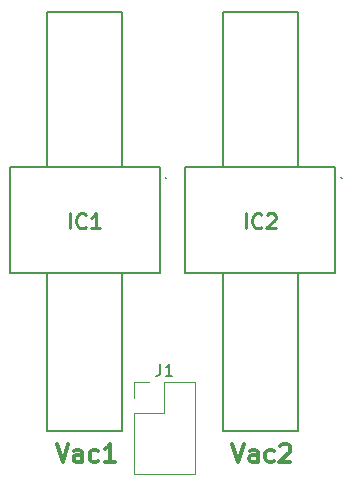
<source format=gbr>
%TF.GenerationSoftware,KiCad,Pcbnew,(6.0.0)*%
%TF.CreationDate,2022-02-17T20:09:26-08:00*%
%TF.ProjectId,AMS-Vacuum-Sensor,414d532d-5661-4637-9575-6d2d53656e73,rev?*%
%TF.SameCoordinates,Original*%
%TF.FileFunction,Legend,Top*%
%TF.FilePolarity,Positive*%
%FSLAX46Y46*%
G04 Gerber Fmt 4.6, Leading zero omitted, Abs format (unit mm)*
G04 Created by KiCad (PCBNEW (6.0.0)) date 2022-02-17 20:09:26*
%MOMM*%
%LPD*%
G01*
G04 APERTURE LIST*
%ADD10C,0.300000*%
%ADD11C,0.254000*%
%ADD12C,0.150000*%
%ADD13C,0.100000*%
%ADD14C,0.200000*%
%ADD15C,0.120000*%
G04 APERTURE END LIST*
D10*
X122583200Y-113882115D02*
X123083200Y-115382115D01*
X123583200Y-113882115D01*
X124726057Y-115382115D02*
X124726057Y-114596401D01*
X124654629Y-114453544D01*
X124511772Y-114382115D01*
X124226057Y-114382115D01*
X124083200Y-114453544D01*
X124726057Y-115310686D02*
X124583200Y-115382115D01*
X124226057Y-115382115D01*
X124083200Y-115310686D01*
X124011772Y-115167829D01*
X124011772Y-115024972D01*
X124083200Y-114882115D01*
X124226057Y-114810686D01*
X124583200Y-114810686D01*
X124726057Y-114739258D01*
X126083200Y-115310686D02*
X125940343Y-115382115D01*
X125654629Y-115382115D01*
X125511772Y-115310686D01*
X125440343Y-115239258D01*
X125368915Y-115096401D01*
X125368915Y-114667829D01*
X125440343Y-114524972D01*
X125511772Y-114453544D01*
X125654629Y-114382115D01*
X125940343Y-114382115D01*
X126083200Y-114453544D01*
X126654629Y-114024972D02*
X126726057Y-113953544D01*
X126868915Y-113882115D01*
X127226057Y-113882115D01*
X127368915Y-113953544D01*
X127440343Y-114024972D01*
X127511772Y-114167829D01*
X127511772Y-114310686D01*
X127440343Y-114524972D01*
X126583200Y-115382115D01*
X127511772Y-115382115D01*
X107718284Y-113882115D02*
X108218284Y-115382115D01*
X108718284Y-113882115D01*
X109861141Y-115382115D02*
X109861141Y-114596401D01*
X109789713Y-114453544D01*
X109646856Y-114382115D01*
X109361141Y-114382115D01*
X109218284Y-114453544D01*
X109861141Y-115310686D02*
X109718284Y-115382115D01*
X109361141Y-115382115D01*
X109218284Y-115310686D01*
X109146856Y-115167829D01*
X109146856Y-115024972D01*
X109218284Y-114882115D01*
X109361141Y-114810686D01*
X109718284Y-114810686D01*
X109861141Y-114739258D01*
X111218284Y-115310686D02*
X111075427Y-115382115D01*
X110789713Y-115382115D01*
X110646856Y-115310686D01*
X110575427Y-115239258D01*
X110503999Y-115096401D01*
X110503999Y-114667829D01*
X110575427Y-114524972D01*
X110646856Y-114453544D01*
X110789713Y-114382115D01*
X111075427Y-114382115D01*
X111218284Y-114453544D01*
X112646856Y-115382115D02*
X111789713Y-115382115D01*
X112218284Y-115382115D02*
X112218284Y-113882115D01*
X112075427Y-114096401D01*
X111932570Y-114239258D01*
X111789713Y-114310686D01*
D11*
%TO.C,IC1*%
X108837187Y-95609965D02*
X108837187Y-94339965D01*
X110167663Y-95489013D02*
X110107187Y-95549489D01*
X109925758Y-95609965D01*
X109804806Y-95609965D01*
X109623377Y-95549489D01*
X109502425Y-95428537D01*
X109441949Y-95307584D01*
X109381472Y-95065680D01*
X109381472Y-94884251D01*
X109441949Y-94642346D01*
X109502425Y-94521394D01*
X109623377Y-94400442D01*
X109804806Y-94339965D01*
X109925758Y-94339965D01*
X110107187Y-94400442D01*
X110167663Y-94460918D01*
X111377187Y-95609965D02*
X110651472Y-95609965D01*
X111014329Y-95609965D02*
X111014329Y-94339965D01*
X110893377Y-94521394D01*
X110772425Y-94642346D01*
X110651472Y-94702822D01*
%TO.C,IC2*%
X123728189Y-95609965D02*
X123728189Y-94339965D01*
X125058665Y-95489013D02*
X124998189Y-95549489D01*
X124816760Y-95609965D01*
X124695808Y-95609965D01*
X124514379Y-95549489D01*
X124393427Y-95428537D01*
X124332951Y-95307584D01*
X124272474Y-95065680D01*
X124272474Y-94884251D01*
X124332951Y-94642346D01*
X124393427Y-94521394D01*
X124514379Y-94400442D01*
X124695808Y-94339965D01*
X124816760Y-94339965D01*
X124998189Y-94400442D01*
X125058665Y-94460918D01*
X125542474Y-94460918D02*
X125602951Y-94400442D01*
X125723903Y-94339965D01*
X126026284Y-94339965D01*
X126147236Y-94400442D01*
X126207712Y-94460918D01*
X126268189Y-94581870D01*
X126268189Y-94702822D01*
X126207712Y-94884251D01*
X125481998Y-95609965D01*
X126268189Y-95609965D01*
D12*
%TO.C,J1*%
X116506666Y-107104380D02*
X116506666Y-107818666D01*
X116459047Y-107961523D01*
X116363809Y-108056761D01*
X116220952Y-108104380D01*
X116125714Y-108104380D01*
X117506666Y-108104380D02*
X116935238Y-108104380D01*
X117220952Y-108104380D02*
X117220952Y-107104380D01*
X117125714Y-107247238D01*
X117030476Y-107342476D01*
X116935238Y-107390095D01*
D13*
%TO.C,IC1*%
X116976949Y-91335442D02*
X116976949Y-91335442D01*
D14*
X106876949Y-112735442D02*
X113276949Y-112735442D01*
X113276949Y-77335442D02*
X113276949Y-90435442D01*
X106876949Y-77335442D02*
X113276949Y-77335442D01*
X106876949Y-99435442D02*
X106876949Y-112735442D01*
D13*
X116876949Y-91335442D02*
X116876949Y-91335442D01*
D14*
X113276949Y-112735442D02*
X113276949Y-99435442D01*
X116426949Y-99435442D02*
X116426949Y-90435442D01*
X116426949Y-90435442D02*
X103726949Y-90435442D01*
X106876949Y-90435442D02*
X106876949Y-77335442D01*
X103726949Y-99435442D02*
X116426949Y-99435442D01*
X103726949Y-90435442D02*
X103726949Y-99435442D01*
D13*
X116976949Y-91335442D02*
G75*
G03*
X116876949Y-91335442I-50000J0D01*
G01*
X116876949Y-91335442D02*
G75*
G03*
X116976949Y-91335442I50000J0D01*
G01*
D14*
%TO.C,IC2*%
X121767951Y-112735442D02*
X128167951Y-112735442D01*
D13*
X131867951Y-91335442D02*
X131867951Y-91335442D01*
D14*
X121767951Y-99435442D02*
X121767951Y-112735442D01*
X128167951Y-77335442D02*
X128167951Y-90435442D01*
D13*
X131767951Y-91335442D02*
X131767951Y-91335442D01*
D14*
X128167951Y-112735442D02*
X128167951Y-99435442D01*
X118617951Y-99435442D02*
X131317951Y-99435442D01*
X131317951Y-99435442D02*
X131317951Y-90435442D01*
X118617951Y-90435442D02*
X118617951Y-99435442D01*
X121767951Y-77335442D02*
X128167951Y-77335442D01*
X131317951Y-90435442D02*
X118617951Y-90435442D01*
X121767951Y-90435442D02*
X121767951Y-77335442D01*
D13*
X131867951Y-91335442D02*
G75*
G03*
X131767951Y-91335442I-50000J0D01*
G01*
X131767951Y-91335442D02*
G75*
G03*
X131867951Y-91335442I50000J0D01*
G01*
D15*
%TO.C,J1*%
X119440000Y-108652000D02*
X119440000Y-116392000D01*
X114240000Y-116392000D02*
X119440000Y-116392000D01*
X116840000Y-111252000D02*
X116840000Y-108652000D01*
X114240000Y-111252000D02*
X114240000Y-116392000D01*
X114240000Y-108652000D02*
X115570000Y-108652000D01*
X114240000Y-111252000D02*
X116840000Y-111252000D01*
X114240000Y-109982000D02*
X114240000Y-108652000D01*
X116840000Y-108652000D02*
X119440000Y-108652000D01*
%TD*%
M02*

</source>
